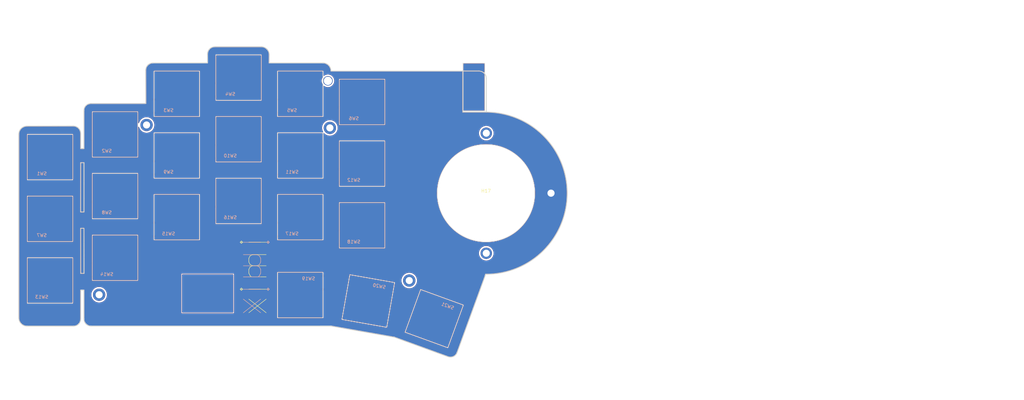
<source format=kicad_pcb>
(kicad_pcb (version 20221018) (generator pcbnew)
  (layers (0 "F.Cu" signal) (31 "B.Cu" signal) (34 "B.Paste" user) (35 "F.Paste" user) (36 "B.SilkS" user "B.Silkscreen") (37 "F.SilkS" user "F.Silkscreen") (38 "B.Mask" user) (39 "F.Mask" user) (44 "Edge.Cuts" user))
  (net 0 "")
  (footprint "fingerpunch-plates:switch-cutout-mx" (layer "F.Cu") (at 112.245465 146.36971)
    (fp_text reference "SW15" (at -2.54 5.08 180) (layer "B.SilkS") (effects (justify mirror)))
    (fp_text value "SW_Push")
    (fp_line (start -7 1.5) (end -7 2) (stroke (width 0.15)) (layer "B.SilkS"))
    (fp_line (start -7 5.6) (end -7 6.2) (stroke (width 0.15)) (layer "B.SilkS"))
    (fp_line (start -7 7) (end -7 -7) (stroke (width 0.15)) (layer "Edge.Cuts"))
    (fp_line (start -7 7) (end 7 7) (stroke (width 0.15)) (layer "Edge.Cuts"))
    (fp_line (start 7 -7) (end -7 -7) (stroke (width 0.15)) (layer "Edge.Cuts"))
    (fp_line (start 7 -7) (end 7 7) (stroke (width 0.15)) (layer "Edge.Cuts"))
  )
  (footprint "fingerpunch-plates:switch-cutout-mx" (layer "F.Cu") (at 131.245455 141.369705)
    (fp_text reference "SW16" (at -2.54 5.08 180) (layer "B.SilkS") (effects (justify mirror)))
    (fp_text value "SW_Push")
    (fp_line (start -7 1.5) (end -7 2) (stroke (width 0.15)) (layer "B.SilkS"))
    (fp_line (start -7 5.6) (end -7 6.2) (stroke (width 0.15)) (layer "B.SilkS"))
    (fp_line (start -7 7) (end -7 -7) (stroke (width 0.15)) (layer "Edge.Cuts"))
    (fp_line (start -7 7) (end 7 7) (stroke (width 0.15)) (layer "Edge.Cuts"))
    (fp_line (start 7 -7) (end -7 -7) (stroke (width 0.15)) (layer "Edge.Cuts"))
    (fp_line (start 7 -7) (end 7 7) (stroke (width 0.15)) (layer "Edge.Cuts"))
  )
  (footprint "fingerpunch-plates:switch-cutout-mx" (layer "F.Cu") (at 169.245467 148.869704)
    (fp_text reference "SW18" (at -2.54 5.08 180) (layer "B.SilkS") (effects (justify mirror)))
    (fp_text value "SW_Push")
    (fp_line (start -7 1.5) (end -7 2) (stroke (width 0.15)) (layer "B.SilkS"))
    (fp_line (start -7 5.6) (end -7 6.2) (stroke (width 0.15)) (layer "B.SilkS"))
    (fp_line (start -7 7) (end -7 -7) (stroke (width 0.15)) (layer "Edge.Cuts"))
    (fp_line (start -7 7) (end 7 7) (stroke (width 0.15)) (layer "Edge.Cuts"))
    (fp_line (start 7 -7) (end -7 -7) (stroke (width 0.15)) (layer "Edge.Cuts"))
    (fp_line (start 7 -7) (end 7 7) (stroke (width 0.15)) (layer "Edge.Cuts"))
  )
  (footprint "fingerpunch-plates:switch-cutout-mx" (layer "F.Cu") (at 93.245464 158.869704)
    (fp_text reference "SW14" (at -2.54 5.08 180) (layer "B.SilkS") (effects (justify mirror)))
    (fp_text value "SW_Push")
    (fp_line (start -7 1.5) (end -7 2) (stroke (width 0.15)) (layer "B.SilkS"))
    (fp_line (start -7 5.6) (end -7 6.2) (stroke (width 0.15)) (layer "B.SilkS"))
    (fp_line (start -7 7) (end -7 -7) (stroke (width 0.15)) (layer "Edge.Cuts"))
    (fp_line (start -7 7) (end 7 7) (stroke (width 0.15)) (layer "Edge.Cuts"))
    (fp_line (start 7 -7) (end -7 -7) (stroke (width 0.15)) (layer "Edge.Cuts"))
    (fp_line (start 7 -7) (end 7 7) (stroke (width 0.15)) (layer "Edge.Cuts"))
  )
  (footprint "fingerpunch-plates:switch-cutout-mx" (layer "F.Cu") (at 150.245466 127.369708)
    (fp_text reference "SW11" (at -2.54 5.08 180) (layer "B.SilkS") (effects (justify mirror)))
    (fp_text value "SW_Push")
    (fp_line (start -7 1.5) (end -7 2) (stroke (width 0.15)) (layer "B.SilkS"))
    (fp_line (start -7 5.6) (end -7 6.2) (stroke (width 0.15)) (layer "B.SilkS"))
    (fp_line (start -7 7) (end -7 -7) (stroke (width 0.15)) (layer "Edge.Cuts"))
    (fp_line (start -7 7) (end 7 7) (stroke (width 0.15)) (layer "Edge.Cuts"))
    (fp_line (start 7 -7) (end -7 -7) (stroke (width 0.15)) (layer "Edge.Cuts"))
    (fp_line (start 7 -7) (end 7 7) (stroke (width 0.15)) (layer "Edge.Cuts"))
  )
  (footprint "fingerpunch-plates:switch-cutout-mx" (layer "F.Cu") (at 150.245466 108.369708)
    (fp_text reference "SW5" (at -2.54 5.08 180) (layer "B.SilkS") (effects (justify mirror)))
    (fp_text value "SW_Push")
    (fp_line (start -7 1.5) (end -7 2) (stroke (width 0.15)) (layer "B.SilkS"))
    (fp_line (start -7 5.6) (end -7 6.2) (stroke (width 0.15)) (layer "B.SilkS"))
    (fp_line (start -7 7) (end -7 -7) (stroke (width 0.15)) (layer "Edge.Cuts"))
    (fp_line (start -7 7) (end 7 7) (stroke (width 0.15)) (layer "Edge.Cuts"))
    (fp_line (start 7 -7) (end -7 -7) (stroke (width 0.15)) (layer "Edge.Cuts"))
    (fp_line (start 7 -7) (end 7 7) (stroke (width 0.15)) (layer "Edge.Cuts"))
  )
  (footprint "fingerpunch-plates:switch-cutout-mx" (layer "F.Cu") (at 150.245461 146.369703)
    (fp_text reference "SW17" (at -2.54 5.08 180) (layer "B.SilkS") (effects (justify mirror)))
    (fp_text value "SW_Push")
    (fp_line (start -7 1.5) (end -7 2) (stroke (width 0.15)) (layer "B.SilkS"))
    (fp_line (start -7 5.6) (end -7 6.2) (stroke (width 0.15)) (layer "B.SilkS"))
    (fp_line (start -7 7) (end -7 -7) (stroke (width 0.15)) (layer "Edge.Cuts"))
    (fp_line (start -7 7) (end 7 7) (stroke (width 0.15)) (layer "Edge.Cuts"))
    (fp_line (start 7 -7) (end -7 -7) (stroke (width 0.15)) (layer "Edge.Cuts"))
    (fp_line (start 7 -7) (end 7 7) (stroke (width 0.15)) (layer "Edge.Cuts"))
  )
  (footprint "fingerpunch-plates:switch-cutout-mx" (layer "F.Cu") (at 112.245463 127.369703)
    (fp_text reference "SW9" (at -2.54 5.08 180) (layer "B.SilkS") (effects (justify mirror)))
    (fp_text value "SW_Push")
    (fp_line (start -7 1.5) (end -7 2) (stroke (width 0.15)) (layer "B.SilkS"))
    (fp_line (start -7 5.6) (end -7 6.2) (stroke (width 0.15)) (layer "B.SilkS"))
    (fp_line (start -7 7) (end -7 -7) (stroke (width 0.15)) (layer "Edge.Cuts"))
    (fp_line (start -7 7) (end 7 7) (stroke (width 0.15)) (layer "Edge.Cuts"))
    (fp_line (start 7 -7) (end -7 -7) (stroke (width 0.15)) (layer "Edge.Cuts"))
    (fp_line (start 7 -7) (end 7 7) (stroke (width 0.15)) (layer "Edge.Cuts"))
  )
  (footprint "fingerpunch-plates:switch-cutout-mx" (layer "F.Cu") (at 131.245464 103.369705)
    (fp_text reference "SW4" (at -2.54 5.08 180) (layer "B.SilkS") (effects (justify mirror)))
    (fp_text value "SW_Push")
    (fp_line (start -7 1.5) (end -7 2) (stroke (width 0.15)) (layer "B.SilkS"))
    (fp_line (start -7 5.6) (end -7 6.2) (stroke (width 0.15)) (layer "B.SilkS"))
    (fp_line (start -7 7) (end -7 -7) (stroke (width 0.15)) (layer "Edge.Cuts"))
    (fp_line (start -7 7) (end 7 7) (stroke (width 0.15)) (layer "Edge.Cuts"))
    (fp_line (start 7 -7) (end -7 -7) (stroke (width 0.15)) (layer "Edge.Cuts"))
    (fp_line (start 7 -7) (end 7 7) (stroke (width 0.15)) (layer "Edge.Cuts"))
  )
  (footprint "fingerpunch-plates:switch-cutout-mx" (layer "F.Cu") (at 169.245467 129.869709)
    (fp_text reference "SW12" (at -2.54 5.08 180) (layer "B.SilkS") (effects (justify mirror)))
    (fp_text value "SW_Push")
    (fp_line (start -7 1.5) (end -7 2) (stroke (width 0.15)) (layer "B.SilkS"))
    (fp_line (start -7 5.6) (end -7 6.2) (stroke (width 0.15)) (layer "B.SilkS"))
    (fp_line (start -7 7) (end -7 -7) (stroke (width 0.15)) (layer "Edge.Cuts"))
    (fp_line (start -7 7) (end 7 7) (stroke (width 0.15)) (layer "Edge.Cuts"))
    (fp_line (start 7 -7) (end -7 -7) (stroke (width 0.15)) (layer "Edge.Cuts"))
    (fp_line (start 7 -7) (end 7 7) (stroke (width 0.15)) (layer "Edge.Cuts"))
  )
  (footprint "fingerpunch-plates:switch-cutout-mx" (layer "F.Cu") (at 169.245462 110.869702)
    (fp_text reference "SW6" (at -2.54 5.08 180) (layer "B.SilkS") (effects (justify mirror)))
    (fp_text value "SW_Push")
    (fp_line (start -7 1.5) (end -7 2) (stroke (width 0.15)) (layer "B.SilkS"))
    (fp_line (start -7 5.6) (end -7 6.2) (stroke (width 0.15)) (layer "B.SilkS"))
    (fp_line (start -7 7) (end -7 -7) (stroke (width 0.15)) (layer "Edge.Cuts"))
    (fp_line (start -7 7) (end 7 7) (stroke (width 0.15)) (layer "Edge.Cuts"))
    (fp_line (start 7 -7) (end -7 -7) (stroke (width 0.15)) (layer "Edge.Cuts"))
    (fp_line (start 7 -7) (end 7 7) (stroke (width 0.15)) (layer "Edge.Cuts"))
  )
  (footprint "fingerpunch-plates:switch-cutout-mx" (layer "F.Cu") (at 131.245461 122.369701)
    (fp_text reference "SW10" (at -2.54 5.08 180) (layer "B.SilkS") (effects (justify mirror)))
    (fp_text value "SW_Push")
    (fp_line (start -7 1.5) (end -7 2) (stroke (width 0.15)) (layer "B.SilkS"))
    (fp_line (start -7 5.6) (end -7 6.2) (stroke (width 0.15)) (layer "B.SilkS"))
    (fp_line (start -7 7) (end -7 -7) (stroke (width 0.15)) (layer "Edge.Cuts"))
    (fp_line (start -7 7) (end 7 7) (stroke (width 0.15)) (layer "Edge.Cuts"))
    (fp_line (start 7 -7) (end -7 -7) (stroke (width 0.15)) (layer "Edge.Cuts"))
    (fp_line (start 7 -7) (end 7 7) (stroke (width 0.15)) (layer "Edge.Cuts"))
  )
  (footprint "fingerpunch-plates:switch-cutout-mx" (layer "F.Cu") (at 93.245467 120.869705)
    (fp_text reference "SW2" (at -2.54 5.08 180) (layer "B.SilkS") (effects (justify mirror)))
    (fp_text value "SW_Push")
    (fp_line (start -7 1.5) (end -7 2) (stroke (width 0.15)) (layer "B.SilkS"))
    (fp_line (start -7 5.6) (end -7 6.2) (stroke (width 0.15)) (layer "B.SilkS"))
    (fp_line (start -7 7) (end -7 -7) (stroke (width 0.15)) (layer "Edge.Cuts"))
    (fp_line (start -7 7) (end 7 7) (stroke (width 0.15)) (layer "Edge.Cuts"))
    (fp_line (start 7 -7) (end -7 -7) (stroke (width 0.15)) (layer "Edge.Cuts"))
    (fp_line (start 7 -7) (end 7 7) (stroke (width 0.15)) (layer "Edge.Cuts"))
  )
  (footprint "fingerpunch-plates:switch-cutout-mx" (layer "F.Cu") (at 112.245468 108.369716)
    (fp_text reference "SW3" (at -2.54 5.08 180) (layer "B.SilkS") (effects (justify mirror)))
    (fp_text value "SW_Push")
    (fp_line (start -7 1.5) (end -7 2) (stroke (width 0.15)) (layer "B.SilkS"))
    (fp_line (start -7 5.6) (end -7 6.2) (stroke (width 0.15)) (layer "B.SilkS"))
    (fp_line (start -7 7) (end -7 -7) (stroke (width 0.15)) (layer "Edge.Cuts"))
    (fp_line (start -7 7) (end 7 7) (stroke (width 0.15)) (layer "Edge.Cuts"))
    (fp_line (start 7 -7) (end -7 -7) (stroke (width 0.15)) (layer "Edge.Cuts"))
    (fp_line (start 7 -7) (end 7 7) (stroke (width 0.15)) (layer "Edge.Cuts"))
  )
  (footprint "fingerpunch-plates:switch-cutout-mx" (layer "F.Cu") (at 93.245468 139.869705)
    (fp_text reference "SW8" (at -2.54 5.08 180) (layer "B.SilkS") (effects (justify mirror)))
    (fp_text value "SW_Push")
    (fp_line (start -7 1.5) (end -7 2) (stroke (width 0.15)) (layer "B.SilkS"))
    (fp_line (start -7 5.6) (end -7 6.2) (stroke (width 0.15)) (layer "B.SilkS"))
    (fp_line (start -7 7) (end -7 -7) (stroke (width 0.15)) (layer "Edge.Cuts"))
    (fp_line (start -7 7) (end 7 7) (stroke (width 0.15)) (layer "Edge.Cuts"))
    (fp_line (start 7 -7) (end -7 -7) (stroke (width 0.15)) (layer "Edge.Cuts"))
    (fp_line (start 7 -7) (end 7 7) (stroke (width 0.15)) (layer "Edge.Cuts"))
  )
  (footprint "fingerpunch-plates:switch-cutout-mx" (layer "F.Cu") (at 171.165552 172.199978 170)
    (fp_text reference "SW20" (at -2.54 5.08 350) (layer "B.SilkS") (effects (justify mirror)))
    (fp_text value "SW_Push")
    (fp_line (start -7 1.5) (end -7 2) (stroke (width 0.15)) (layer "B.SilkS"))
    (fp_line (start -7 5.6) (end -7 6.2) (stroke (width 0.15)) (layer "B.SilkS"))
    (fp_line (start -7 7) (end -7 -7) (stroke (width 0.15)) (layer "Edge.Cuts"))
    (fp_line (start -7 7) (end 7 7) (stroke (width 0.15)) (layer "Edge.Cuts"))
    (fp_line (start 7 -7) (end -7 -7) (stroke (width 0.15)) (layer "Edge.Cuts"))
    (fp_line (start 7 -7) (end 7 7) (stroke (width 0.15)) (layer "Edge.Cuts"))
  )
  (footprint "fingerpunch-plates:switch-cutout-mx" (layer "F.Cu") (at 191.449994 177.635174 160)
    (fp_text reference "SW21" (at -2.54 5.08 340) (layer "B.SilkS") (effects (justify mirror)))
    (fp_text value "SW_Push")
    (fp_line (start -7 1.5) (end -7 2) (stroke (width 0.15)) (layer "B.SilkS"))
    (fp_line (start -7 5.6) (end -7 6.2) (stroke (width 0.15)) (layer "B.SilkS"))
    (fp_line (start -7 7) (end -7 -7) (stroke (width 0.15)) (layer "Edge.Cuts"))
    (fp_line (start -7 7) (end 7 7) (stroke (width 0.15)) (layer "Edge.Cuts"))
    (fp_line (start 7 -7) (end -7 -7) (stroke (width 0.15)) (layer "Edge.Cuts"))
    (fp_line (start 7 -7) (end 7 7) (stroke (width 0.15)) (layer "Edge.Cuts"))
  )
  (footprint "fingerpunch-plates:switch-cutout-mx" (layer "F.Cu") (at 150.245462 170.369704 180)
    (fp_text reference "SW19" (at -2.54 5.08) (layer "B.SilkS") (effects (justify mirror)))
    (fp_text value "SW_Push")
    (fp_line (start -7 1.5) (end -7 2) (stroke (width 0.15)) (layer "B.SilkS"))
    (fp_line (start -7 5.6) (end -7 6.2) (stroke (width 0.15)) (layer "B.SilkS"))
    (fp_line (start -7 7) (end -7 -7) (stroke (width 0.15)) (layer "Edge.Cuts"))
    (fp_line (start -7 7) (end 7 7) (stroke (width 0.15)) (layer "Edge.Cuts"))
    (fp_line (start 7 -7) (end -7 -7) (stroke (width 0.15)) (layer "Edge.Cuts"))
    (fp_line (start 7 -7) (end 7 7) (stroke (width 0.15)) (layer "Edge.Cuts"))
  )
  (footprint "fingerpunch-plates:switch-cutout-mx" (layer "F.Cu") (at 73.245464 127.869706)
    (fp_text reference "SW1" (at -2.54 5.08 180) (layer "B.SilkS") (effects (justify mirror)))
    (fp_text value "SW_Push")
    (fp_line (start -7 1.5) (end -7 2) (stroke (width 0.15)) (layer "B.SilkS"))
    (fp_line (start -7 5.6) (end -7 6.2) (stroke (width 0.15)) (layer "B.SilkS"))
    (fp_line (start -7 7) (end -7 -7) (stroke (width 0.15)) (layer "Edge.Cuts"))
    (fp_line (start -7 7) (end 7 7) (stroke (width 0.15)) (layer "Edge.Cuts"))
    (fp_line (start 7 -7) (end -7 -7) (stroke (width 0.15)) (layer "Edge.Cuts"))
    (fp_line (start 7 -7) (end 7 7) (stroke (width 0.15)) (layer "Edge.Cuts"))
  )
  (footprint "fingerpunch-plates:switch-cutout-mx" (layer "F.Cu") (at 73.245468 146.869701)
    (fp_text reference "SW7" (at -2.54 5.08 180) (layer "B.SilkS") (effects (justify mirror)))
    (fp_text value "SW_Push")
    (fp_line (start -7 1.5) (end -7 2) (stroke (width 0.15)) (layer "B.SilkS"))
    (fp_line (start -7 5.6) (end -7 6.2) (stroke (width 0.15)) (layer "B.SilkS"))
    (fp_line (start -7 7) (end -7 -7) (stroke (width 0.15)) (layer "Edge.Cuts"))
    (fp_line (start -7 7) (end 7 7) (stroke (width 0.15)) (layer "Edge.Cuts"))
    (fp_line (start 7 -7) (end -7 -7) (stroke (width 0.15)) (layer "Edge.Cuts"))
    (fp_line (start 7 -7) (end 7 7) (stroke (width 0.15)) (layer "Edge.Cuts"))
  )
  (footprint "fingerpunch-plates:switch-cutout-mx" (layer "F.Cu") (at 73.245472 165.869706)
    (fp_text reference "SW13" (at -2.54 5.08 180) (layer "B.SilkS") (effects (justify mirror)))
    (fp_text value "SW_Push")
    (fp_line (start -7 1.5) (end -7 2) (stroke (width 0.15)) (layer "B.SilkS"))
    (fp_line (start -7 5.6) (end -7 6.2) (stroke (width 0.15)) (layer "B.SilkS"))
    (fp_line (start -7 7) (end -7 -7) (stroke (width 0.15)) (layer "Edge.Cuts"))
    (fp_line (start -7 7) (end 7 7) (stroke (width 0.15)) (layer "Edge.Cuts"))
    (fp_line (start 7 -7) (end -7 -7) (stroke (width 0.15)) (layer "Edge.Cuts"))
    (fp_line (start 7 -7) (end 7 7) (stroke (width 0.15)) (layer "Edge.Cuts"))
  )
  (footprint "fingerpunch-plates:MountingHole_2.2mm_M2_DIN965_Pad" (layer "F.Cu") (at 159.345462 118.869702)
    (fp_text reference "H2" hide)
    (fp_text value "MountingHole")
    (pad "1" thru_hole circle (at 0 0) (size 3.8 3.8) (drill 2.2) (layers "*.Cu" "*.Mask"))
  )
  (footprint "fingerpunch-plates:MountingHole_2.2mm_M2_DIN965_Pad" (layer "F.Cu") (at 227.386 138.978)
    (fp_text reference "H5" hide)
    (fp_text value "MountingHole")
    (pad "1" thru_hole circle (at 0 0) (size 3.8 3.8) (drill 2.2) (layers "*.Cu" "*.Mask"))
  )
  (footprint "fingerpunch-plates:MountingHole_2.2mm_M2_DIN965_Pad" (layer "F.Cu") (at 102.945466 117.969717)
    (fp_text reference "H1" hide)
    (fp_text value "MountingHole")
    (pad "1" thru_hole circle (at 0 0) (size 3.8 3.8) (drill 2.2) (layers "*.Cu" "*.Mask"))
  )
  (footprint "fingerpunch-plates:TRRS-PJ-320A" (layer "F.Cu") (at 203.645004 101.244706)
    (fp_text reference "J7" hide)
    (fp_text value "AudioJack4dpb" hide)
    (fp_line (start -3.35 -2.3) (end -3.35 12.4) (stroke (width 0.15)) (layer "Edge.Cuts"))
    (fp_line (start -3.35 -2.3) (end 3.35 -2.3) (stroke (width 0.15)) (layer "Edge.Cuts"))
    (fp_line (start -3.35 12.4) (end 3.35 12.4) (stroke (width 0.15)) (layer "Edge.Cuts"))
    (fp_line (start 3.35 -2.3) (end 3.35 12.4) (stroke (width 0.15)) (layer "Edge.Cuts"))
  )
  (footprint "fingerpunch-plates:fp-trackball-pcb-mount" (layer "F.Cu") (at 207.386 138.978)
    (fp_text reference "H17" (at -0.001 -0.710001 unlocked) (layer "F.SilkS"))
    (fp_text value "fp-modular-pointing-mount")
    (fp_circle (center 0 0) (end 15.000003 0) (stroke (width 0.12)) (fill none) (layer "Edge.Cuts"))
    (pad "1" thru_hole circle (at 0.076 18.508998 90) (size 3.5 3.5) (drill 2.2) (layers "*.Cu" "*.Mask"))
    (pad "1" thru_hole circle (at 0.086 -18.481002) (size 3.5 3.5) (drill 2.2) (layers "*.Cu" "*.Mask"))
  )
  (footprint "fingerpunch-plates:RotaryEncoder_EC11-no-legs" (layer "F.Cu") (at 121.745462 169.869704 180)
    (fp_text reference "SW47")
    (fp_text value "RotaryEncoder_Switch")
    (fp_line (start -8 -6) (end -8 6) (stroke (width 0.05)) (layer "Edge.Cuts"))
    (fp_line (start -8 -6) (end 8 -6) (stroke (width 0.05)) (layer "Edge.Cuts"))
    (fp_line (start 8 6) (end -8 6) (stroke (width 0.05)) (layer "Edge.Cuts"))
    (fp_line (start 8 6) (end 8 -6) (stroke (width 0.05)) (layer "Edge.Cuts"))
  )
  (footprint "fingerpunch-plates:MountingHole_2.2mm_M2_DIN965_Pad" (layer "F.Cu") (at 88.345464 170.269706)
    (fp_text reference "H3" hide)
    (fp_text value "MountingHole")
    (pad "1" thru_hole circle (at 0 0) (size 3.8 3.8) (drill 2.2) (layers "*.Cu" "*.Mask"))
  )
  (footprint "fingerpunch-plates:MountingHole_2.2mm_M2_DIN965_Pad" (layer "F.Cu") (at 183.765551 165.899976)
    (fp_text reference "H4" hide)
    (fp_text value "MountingHole")
    (pad "1" thru_hole circle (at 0 0) (size 3.8 3.8) (drill 2.2) (layers "*.Cu" "*.Mask"))
  )
  (footprint "fingerpunch-plates:MountingHole_2.5mm" (layer "B.Cu") (at 158.745464 104.369702)
    (fp_text reference "SW50")
    (fp_text value "SW_Push")
    (pad "" np_thru_hole circle (at 0 0) (size 2.9 2.9) (drill 2.5) (layers "F&B.Cu" "*.Mask"))
  )
  (footprint "fingerpunch-plates:USB_C_Receptacle_HRO_TYPE-C-31-M-12" (layer "B.Cu") (at 189.145004 103.144706)
    (fp_text reference "J2" hide)
    (fp_text value "USB_C_Receptacle_USB2.0")
  )
  (gr_line (start 63.623059 177.374778) (end 63.627006 120.834703) (stroke (width 0.25)) (layer "Edge.Cuts"))
  (gr_curve (pts (xy 122.348851 94.539571) (xy 122.777434 94.106535) (xy 123.361406 93.862864) (xy 123.970675 93.862844)) (stroke (width 0.25)) (layer "Edge.Cuts"))
  (gr_curve (pts (xy 66.181444 179.934898) (xy 64.768167 179.934037) (xy 63.622957 178.788059) (xy 63.623059 177.374778)) (stroke (width 0.25)) (layer "Edge.Cuts"))
  (gr_curve (pts (xy 207.475766 103.617608) (xy 207.478107 103.019676) (xy 207.242215 102.445427) (xy 206.820244 102.021788)) (stroke (width 0.25)) (layer "Edge.Cuts"))
  (gr_line (start 102.716666 111.362411) (end 102.676659 101.121419) (stroke (width 0.25)) (layer "Edge.Cuts"))
  (gr_line (start 83.664169 125.245121) (end 83.665199 113.519746) (stroke (width 0.25)) (layer "Edge.Cuts"))
  (gr_curve (pts (xy 85.861426 179.920573) (xy 85.280337 179.920639) (xy 84.723033 179.68982) (xy 84.312156 179.278911)) (stroke (width 0.25)) (layer "Edge.Cuts"))
  (gr_curve (pts (xy 103.332185 99.525603) (xy 103.754165 99.101971) (xy 104.327482 98.863835) (xy 104.925423 98.863839)) (stroke (width 0.25)) (layer "Edge.Cuts"))
  (gr_line (start 83.675097 144.773313) (end 82.660834 144.773319) (stroke (width 0.25)) (layer "Edge.Cuts"))
  (gr_curve (pts (xy 157.215333 98.86356) (xy 157.874127 98.863531) (xy 158.505211 99.128642) (xy 158.966338 99.59913)) (stroke (width 0.25)) (layer "Edge.Cuts"))
  (gr_line (start 82.684011 163.693477) (end 82.66762 149.814832) (stroke (width 0.25)) (layer "Edge.Cuts"))
  (gr_line (start 104.925423 98.863839) (end 121.716652 98.863789) (stroke (width 0.25)) (layer "Edge.Cuts"))
  (gr_curve (pts (xy 82.005518 118.957895) (xy 82.434394 119.385796) (xy 82.675447 119.966722) (xy 82.675505 120.572564)) (stroke (width 0.25)) (layer "Edge.Cuts"))
  (gr_line (start 82.675936 125.246956) (end 83.664169 125.245121) (stroke (width 0.25)) (layer "Edge.Cuts"))
  (gr_line (start 121.716652 98.863789) (end 121.688911 96.168293) (stroke (width 0.25)) (layer "Edge.Cuts"))
  (gr_line (start 83.682739 129.571482) (end 82.675175 129.571481) (stroke (width 0.25)) (layer "Edge.Cuts"))
  (gr_curve (pts (xy 82.677458 177.732047) (xy 82.677451 178.318812) (xy 82.444262 178.881526) (xy 82.029231 179.296296)) (stroke (width 0.25)) (layer "Edge.Cuts"))
  (gr_line (start 200.24 114) (end 207.475766 114) (stroke (width 0.25)) (layer "Edge.Cuts"))
  (gr_line (start 83.699871 163.693481) (end 82.684011 163.693477) (stroke (width 0.25)) (layer "Edge.Cuts"))
  (gr_line (start 83.671242 168.815998) (end 82.678026 168.816001) (stroke (width 0.25)) (layer "Edge.Cuts"))
  (gr_line (start 82.678026 168.816001) (end 82.677458 177.732047) (stroke (width 0.25)) (layer "Edge.Cuts"))
  (gr_line (start 200.24 114) (end 200.24 101.36) (stroke (width 0.25)) (layer "Edge.Cuts"))
  (gr_line (start 123.970675 93.862844) (end 138.210057 93.862308) (stroke (width 0.25)) (layer "Edge.Cuts"))
  (gr_curve (pts (xy 84.312156 179.278911) (xy 83.90127 178.868003) (xy 83.670484 178.31069) (xy 83.670573 177.729602)) (stroke (width 0.25)) (layer "Edge.Cuts"))
  (gr_line (start 195.687446 189.353523) (end 179.188192 183.34702) (stroke (width 0.25)) (layer "Edge.Cuts"))
  (gr_line (start 140.69101 96.368479) (end 140.665668 98.864175) (stroke (width 0.25)) (layer "Edge.Cuts"))
  (gr_arc (start 207.475766 114) (mid 232.363833 139.105869) (end 207.220029 163.95561) (stroke (width 0.25)) (layer "Edge.Cuts"))
  (gr_line (start 82.675505 120.572564) (end 82.675936 125.246956) (stroke (width 0.25)) (layer "Edge.Cuts"))
  (gr_curve (pts (xy 138.210057 93.862308) (xy 138.872436 93.862288) (xy 139.507317 94.127135) (xy 139.973318 94.597863)) (stroke (width 0.25)) (layer "Edge.Cuts"))
  (gr_line (start 159.716248 179.913123) (end 85.861426 179.920573) (stroke (width 0.25)) (layer "Edge.Cuts"))
  (gr_curve (pts (xy 80.389305 118.2916) (xy 80.995141 118.29027) (xy 81.576628 118.529989) (xy 82.005518 118.957895)) (stroke (width 0.25)) (layer "Edge.Cuts"))
  (gr_curve (pts (xy 206.820244 102.021788) (xy 206.398264 101.598156) (xy 205.824944 101.360018) (xy 205.227005 101.360024)) (stroke (width 0.25)) (layer "Edge.Cuts"))
  (gr_line (start 207.475766 114) (end 207.475766 103.617608) (stroke (width 0.25)) (layer "Edge.Cuts"))
  (gr_line (start 159.666592 101.364554) (end 205.227005 101.360024) (stroke (width 0.25)) (layer "Edge.Cuts"))
  (gr_arc (start 207.220028 163.95561) (mid 207.175547 164.17332) (end 207.129198 164.39064) (stroke (width 0.25)) (layer "Edge.Cuts"))
  (gr_line (start 80.464585 179.943552) (end 66.181444 179.934898) (stroke (width 0.25)) (layer "Edge.Cuts"))
  (gr_line (start 140.665668 98.864175) (end 157.215333 98.86356) (stroke (width 0.25)) (layer "Edge.Cuts"))
  (gr_line (start 83.699871 163.693481) (end 83.661606 149.814837) (stroke (width 0.25)) (layer "Edge.Cuts"))
  (gr_curve (pts (xy 121.688911 96.168293) (xy 121.682644 95.559055) (xy 121.920258 94.97261) (xy 122.348851 94.539571)) (stroke (width 0.25)) (layer "Edge.Cuts"))
  (gr_line (start 83.661605 149.814831) (end 82.66762 149.814832) (stroke (width 0.25)) (layer "Edge.Cuts"))
  (gr_line (start 83.670573 177.729602) (end 83.671242 168.815998) (stroke (width 0.25)) (layer "Edge.Cuts"))
  (gr_line (start 82.660838 144.773318) (end 82.67518 129.571485) (stroke (width 0.25)) (layer "Edge.Cuts"))
  (gr_curve (pts (xy 102.676659 101.121419) (xy 102.674322 100.523492) (xy 102.910212 99.949241) (xy 103.332185 99.525603)) (stroke (width 0.25)) (layer "Edge.Cuts"))
  (gr_curve (pts (xy 197.362755 189.280526) (xy 196.836095 189.526092) (xy 196.23346 189.552351) (xy 195.687446 189.353523)) (stroke (width 0.25)) (layer "Edge.Cuts"))
  (gr_curve (pts (xy 82.029231 179.296296) (xy 81.614199 179.711069) (xy 81.051356 179.943914) (xy 80.464585 179.943552)) (stroke (width 0.25)) (layer "Edge.Cuts"))
  (gr_line (start 207.130049 164.390824) (end 198.495602 188.044151) (stroke (width 0.25)) (layer "Edge.Cuts"))
  (gr_curve (pts (xy 139.973318 94.597863) (xy 140.439323 95.068603) (xy 140.697731 95.706143) (xy 140.69101 96.368479)) (stroke (width 0.25)) (layer "Edge.Cuts"))
  (gr_curve (pts (xy 158.966338 99.59913) (xy 159.427472 100.06963) (xy 159.679848 100.705905) (xy 159.666592 101.364554)) (stroke (width 0.25)) (layer "Edge.Cuts"))
  (gr_line (start 85.822001 111.363039) (end 102.716666 111.362411) (stroke (width 0.25)) (layer "Edge.Cuts"))
  (gr_curve (pts (xy 198.495602 188.044151) (xy 198.296919 188.590219) (xy 197.889411 189.034968) (xy 197.362755 189.280526)) (stroke (width 0.25)) (layer "Edge.Cuts"))
  (gr_line (start 179.188192 183.34702) (end 159.716248 179.913123) (stroke (width 0.25)) (layer "Edge.Cuts"))
  (gr_line (start 83.675111 144.773328) (end 83.682739 129.571477) (stroke (width 0.25)) (layer "Edge.Cuts"))
  (gr_curve (pts (xy 63.627006 120.834703) (xy 63.6271 119.449648) (xy 64.748317 118.326041) (xy 66.133367 118.322996)) (stroke (width 0.25)) (layer "Edge.Cuts"))
  (gr_curve (pts (xy 83.665199 113.519746) (xy 83.66531 112.328625) (xy 84.6309 111.363085) (xy 85.822001 111.363039)) (stroke (width 0.25)) (layer "Edge.Cuts"))
  (gr_line (start 66.133367 118.322996) (end 80.389305 118.2916) (stroke (width 0.25)) (layer "Edge.Cuts"))
  (gr_text "ximi" (at 136.41 164.58 -90) (layer "B.SilkS") (effects (font (size 8 8)) (justify mirror)))
  (gr_text "ximi" (at 136.05 164.57 90) (layer "F.SilkS") (effects (font (size 8 8))))
  (zone (net 0) (net_name "") (layers "F&B.Cu") (connect_pads (clearance 0.508)) (min_thickness 0.254) (fill yes (thermal_gap 0.508) (thermal_bridge_width 0.508))
    (polygon (pts (xy 372.92 200.28) (xy 58.2 202.72) (xy 57.85 79.47) (xy 372.92 79.47)))
  )
)
</source>
